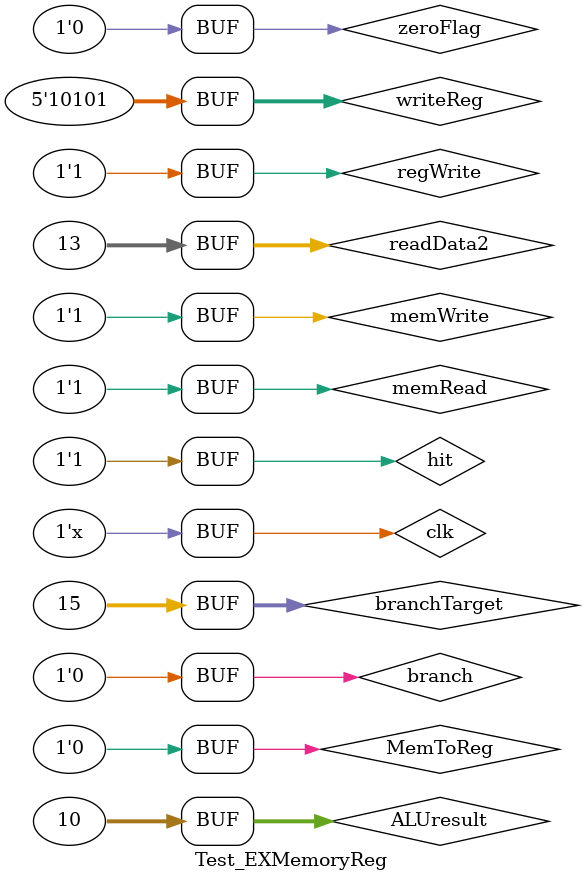
<source format=v>
`timescale 1ns / 1ps


module Test_EXMemoryReg;

	// Inputs
	reg clk;
	reg hit;
	reg zeroFlag;
	reg memRead;
	reg memWrite;
	reg branch;
	reg regWrite;
	reg MemToReg;
	reg [31:0] branchTarget;
	reg [31:0] ALUresult;
	reg [31:0] readData2;
	reg [4:0] writeReg;

	// Outputs
	wire zeroFlagOut;
	wire memReadOut;
	wire memWriteOut;
	wire branchOut;
	wire regWriteOut;
	wire MemToRegOut;
	wire [31:0] branchTargetOut;
	wire [31:0] ALUresultOut;
	wire [31:0] readData2Out;
	wire [4:0] writeRegOut;
	wire hitOut;

	// Instantiate the Unit Under Test (UUT)
	EXMemoryReg uut (
		.clk(clk), 
		.hit(hit), 
		.zeroFlag(zeroFlag), 
		.memRead(memRead), 
		.memWrite(memWrite), 
		.branch(branch), 
		.regWrite(regWrite), 
		.MemToReg(MemToReg), 
		.branchTarget(branchTarget), 
		.ALUresult(ALUresult), 
		.readData2(readData2), 
		.writeReg(writeReg), 
		.zeroFlagOut(zeroFlagOut), 
		.memReadOut(memReadOut), 
		.memWriteOut(memWriteOut), 
		.branchOut(branchOut), 
		.regWriteOut(regWriteOut), 
		.MemToRegOut(MemToRegOut), 
		.branchTargetOut(branchTargetOut), 
		.ALUresultOut(ALUresultOut), 
		.readData2Out(readData2Out), 
		.writeRegOut(writeRegOut), 
		.hitOut(hitOut)
	);
	always # 250 clk = ~clk;
	initial begin
		clk = 0;
		hit = 0;
		branchTarget = 32'b0000_0000_0000_0000_0000_0000_0000_0111; // 7
		zeroFlag 	 = 0;
		ALUresult 	 = 32'b0000_0000_0000_0000_0000_0000_0000_0101; // 5
		readData2  = 32'b0000_0000_0000_0000_0000_0000_0000_1001; // 9
		writeReg     = 5'b10010;
		memRead      = 0;
		memWrite     = 1;
		branch       = 1;
		regWrite     = 0;
		MemToReg     = 1;

		#500;
		
		hit = 1;
		branchTarget = 32'b0000_0000_0000_0000_0000_0000_0000_1111; // 15
		zeroFlag     = 0;
		ALUresult    = 32'b0000_0000_0000_0000_0000_0000_0000_1010; // 10
		readData2  = 32'b0000_0000_0000_0000_0000_0000_0000_1101; // 13
		writeReg     = 5'b10101;
		memRead      = 1;
		memWrite     = 1;
		branch       = 0;
		regWrite     = 1;
		MemToReg     = 0;
        
	end
      
endmodule


</source>
